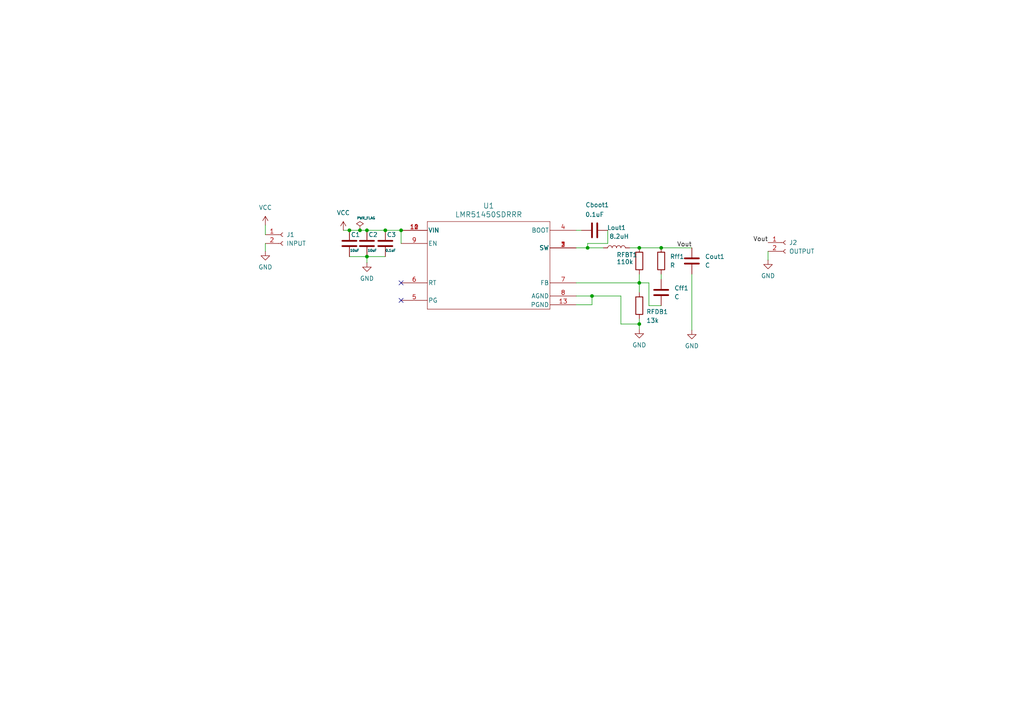
<source format=kicad_sch>
(kicad_sch
	(version 20250114)
	(generator "eeschema")
	(generator_version "9.0")
	(uuid "d94eda8e-3154-4924-b150-a2777fbfac64")
	(paper "A4")
	(lib_symbols
		(symbol "2025-09-10_14-19-52:LMR51450SDRRR"
			(pin_names
				(offset 0.254)
			)
			(exclude_from_sim no)
			(in_bom yes)
			(on_board yes)
			(property "Reference" "U1"
				(at 25.4 9.652 0)
				(effects
					(font
						(size 1.524 1.524)
					)
				)
			)
			(property "Value" "LMR51450SDRRR"
				(at 25.4 7.112 0)
				(effects
					(font
						(size 1.524 1.524)
					)
				)
			)
			(property "Footprint" "footprints:WSON_SDRRR_TEX"
				(at 0 0 0)
				(effects
					(font
						(size 1.27 1.27)
						(italic yes)
					)
					(hide yes)
				)
			)
			(property "Datasheet" "https://www.ti.com/lit/gpn/lmr51450"
				(at 0 0 0)
				(effects
					(font
						(size 1.27 1.27)
						(italic yes)
					)
					(hide yes)
				)
			)
			(property "Description" ""
				(at 0 0 0)
				(effects
					(font
						(size 1.27 1.27)
					)
					(hide yes)
				)
			)
			(property "ki_locked" ""
				(at 0 0 0)
				(effects
					(font
						(size 1.27 1.27)
					)
				)
			)
			(property "ki_keywords" "LMR51450SDRRR"
				(at 0 0 0)
				(effects
					(font
						(size 1.27 1.27)
					)
					(hide yes)
				)
			)
			(property "ki_fp_filters" "WSON_SDRRR_TEX WSON_SDRRR_TEX-M WSON_SDRRR_TEX-L"
				(at 0 0 0)
				(effects
					(font
						(size 1.27 1.27)
					)
					(hide yes)
				)
			)
			(symbol "LMR51450SDRRR_0_1"
				(polyline
					(pts
						(xy 7.62 5.08) (xy 7.62 -20.32)
					)
					(stroke
						(width 0.127)
						(type default)
					)
					(fill
						(type none)
					)
				)
				(polyline
					(pts
						(xy 7.62 -20.32) (xy 43.18 -20.32)
					)
					(stroke
						(width 0.127)
						(type default)
					)
					(fill
						(type none)
					)
				)
				(polyline
					(pts
						(xy 43.18 5.08) (xy 7.62 5.08)
					)
					(stroke
						(width 0.127)
						(type default)
					)
					(fill
						(type none)
					)
				)
				(polyline
					(pts
						(xy 43.18 -20.32) (xy 43.18 5.08)
					)
					(stroke
						(width 0.127)
						(type default)
					)
					(fill
						(type none)
					)
				)
				(pin unspecified line
					(at 0 2.54 0)
					(length 7.62)
					(name "VIN"
						(effects
							(font
								(size 1.27 1.27)
							)
						)
					)
					(number "10"
						(effects
							(font
								(size 1.27 1.27)
							)
						)
					)
				)
				(pin unspecified line
					(at 0 2.54 0)
					(length 7.62)
					(name "VIN"
						(effects
							(font
								(size 1.27 1.27)
							)
						)
					)
					(number "11"
						(effects
							(font
								(size 1.27 1.27)
							)
						)
					)
				)
				(pin unspecified line
					(at 0 2.54 0)
					(length 7.62)
					(name "VIN"
						(effects
							(font
								(size 1.27 1.27)
							)
						)
					)
					(number "12"
						(effects
							(font
								(size 1.27 1.27)
							)
						)
					)
				)
				(pin unspecified line
					(at 0 -1.27 0)
					(length 7.62)
					(name "EN"
						(effects
							(font
								(size 1.27 1.27)
							)
						)
					)
					(number "9"
						(effects
							(font
								(size 1.27 1.27)
							)
						)
					)
				)
				(pin unspecified line
					(at 0 -17.78 0)
					(length 7.62)
					(name "PG"
						(effects
							(font
								(size 1.27 1.27)
							)
						)
					)
					(number "5"
						(effects
							(font
								(size 1.27 1.27)
							)
						)
					)
				)
				(pin unspecified line
					(at 50.8 2.54 180)
					(length 7.62)
					(name "BOOT"
						(effects
							(font
								(size 1.27 1.27)
							)
						)
					)
					(number "4"
						(effects
							(font
								(size 1.27 1.27)
							)
						)
					)
				)
				(pin unspecified line
					(at 50.8 -2.54 180)
					(length 7.62)
					(name "SW"
						(effects
							(font
								(size 1.27 1.27)
							)
						)
					)
					(number "1"
						(effects
							(font
								(size 1.27 1.27)
							)
						)
					)
				)
				(pin unspecified line
					(at 50.8 -2.54 180)
					(length 7.62)
					(name "SW"
						(effects
							(font
								(size 1.27 1.27)
							)
						)
					)
					(number "2"
						(effects
							(font
								(size 1.27 1.27)
							)
						)
					)
				)
				(pin unspecified line
					(at 50.8 -2.54 180)
					(length 7.62)
					(name "SW"
						(effects
							(font
								(size 1.27 1.27)
							)
						)
					)
					(number "3"
						(effects
							(font
								(size 1.27 1.27)
							)
						)
					)
				)
				(pin unspecified line
					(at 50.8 -12.7 180)
					(length 7.62)
					(name "FB"
						(effects
							(font
								(size 1.27 1.27)
							)
						)
					)
					(number "7"
						(effects
							(font
								(size 1.27 1.27)
							)
						)
					)
				)
				(pin power_out line
					(at 50.8 -16.51 180)
					(length 7.62)
					(name "AGND"
						(effects
							(font
								(size 1.27 1.27)
							)
						)
					)
					(number "8"
						(effects
							(font
								(size 1.27 1.27)
							)
						)
					)
				)
			)
			(symbol "LMR51450SDRRR_1_1"
				(pin unspecified line
					(at 0 -12.7 0)
					(length 7.62)
					(name "RT"
						(effects
							(font
								(size 1.27 1.27)
							)
						)
					)
					(number "6"
						(effects
							(font
								(size 1.27 1.27)
							)
						)
					)
				)
				(pin power_out line
					(at 50.8 -19.05 180)
					(length 7.62)
					(name "PGND"
						(effects
							(font
								(size 1.27 1.27)
							)
						)
					)
					(number "13"
						(effects
							(font
								(size 1.27 1.27)
							)
						)
					)
				)
			)
			(embedded_fonts no)
		)
		(symbol "Connector:Conn_01x02_Socket"
			(pin_names
				(offset 1.016)
				(hide yes)
			)
			(exclude_from_sim no)
			(in_bom yes)
			(on_board yes)
			(property "Reference" "J"
				(at 0 2.54 0)
				(effects
					(font
						(size 1.27 1.27)
					)
				)
			)
			(property "Value" "Conn_01x02_Socket"
				(at 0 -5.08 0)
				(effects
					(font
						(size 1.27 1.27)
					)
				)
			)
			(property "Footprint" ""
				(at 0 0 0)
				(effects
					(font
						(size 1.27 1.27)
					)
					(hide yes)
				)
			)
			(property "Datasheet" "~"
				(at 0 0 0)
				(effects
					(font
						(size 1.27 1.27)
					)
					(hide yes)
				)
			)
			(property "Description" "Generic connector, single row, 01x02, script generated"
				(at 0 0 0)
				(effects
					(font
						(size 1.27 1.27)
					)
					(hide yes)
				)
			)
			(property "ki_locked" ""
				(at 0 0 0)
				(effects
					(font
						(size 1.27 1.27)
					)
				)
			)
			(property "ki_keywords" "connector"
				(at 0 0 0)
				(effects
					(font
						(size 1.27 1.27)
					)
					(hide yes)
				)
			)
			(property "ki_fp_filters" "Connector*:*_1x??_*"
				(at 0 0 0)
				(effects
					(font
						(size 1.27 1.27)
					)
					(hide yes)
				)
			)
			(symbol "Conn_01x02_Socket_1_1"
				(polyline
					(pts
						(xy -1.27 0) (xy -0.508 0)
					)
					(stroke
						(width 0.1524)
						(type default)
					)
					(fill
						(type none)
					)
				)
				(polyline
					(pts
						(xy -1.27 -2.54) (xy -0.508 -2.54)
					)
					(stroke
						(width 0.1524)
						(type default)
					)
					(fill
						(type none)
					)
				)
				(arc
					(start 0 -0.508)
					(mid -0.5058 0)
					(end 0 0.508)
					(stroke
						(width 0.1524)
						(type default)
					)
					(fill
						(type none)
					)
				)
				(arc
					(start 0 -3.048)
					(mid -0.5058 -2.54)
					(end 0 -2.032)
					(stroke
						(width 0.1524)
						(type default)
					)
					(fill
						(type none)
					)
				)
				(pin passive line
					(at -5.08 0 0)
					(length 3.81)
					(name "Pin_1"
						(effects
							(font
								(size 1.27 1.27)
							)
						)
					)
					(number "1"
						(effects
							(font
								(size 1.27 1.27)
							)
						)
					)
				)
				(pin passive line
					(at -5.08 -2.54 0)
					(length 3.81)
					(name "Pin_2"
						(effects
							(font
								(size 1.27 1.27)
							)
						)
					)
					(number "2"
						(effects
							(font
								(size 1.27 1.27)
							)
						)
					)
				)
			)
			(embedded_fonts no)
		)
		(symbol "Device:C"
			(pin_numbers
				(hide yes)
			)
			(pin_names
				(offset 0.254)
			)
			(exclude_from_sim no)
			(in_bom yes)
			(on_board yes)
			(property "Reference" "C"
				(at 0.635 2.54 0)
				(effects
					(font
						(size 1.27 1.27)
					)
					(justify left)
				)
			)
			(property "Value" "C"
				(at 0.635 -2.54 0)
				(effects
					(font
						(size 1.27 1.27)
					)
					(justify left)
				)
			)
			(property "Footprint" ""
				(at 0.9652 -3.81 0)
				(effects
					(font
						(size 1.27 1.27)
					)
					(hide yes)
				)
			)
			(property "Datasheet" "~"
				(at 0 0 0)
				(effects
					(font
						(size 1.27 1.27)
					)
					(hide yes)
				)
			)
			(property "Description" "Unpolarized capacitor"
				(at 0 0 0)
				(effects
					(font
						(size 1.27 1.27)
					)
					(hide yes)
				)
			)
			(property "ki_keywords" "cap capacitor"
				(at 0 0 0)
				(effects
					(font
						(size 1.27 1.27)
					)
					(hide yes)
				)
			)
			(property "ki_fp_filters" "C_*"
				(at 0 0 0)
				(effects
					(font
						(size 1.27 1.27)
					)
					(hide yes)
				)
			)
			(symbol "C_0_1"
				(polyline
					(pts
						(xy -2.032 0.762) (xy 2.032 0.762)
					)
					(stroke
						(width 0.508)
						(type default)
					)
					(fill
						(type none)
					)
				)
				(polyline
					(pts
						(xy -2.032 -0.762) (xy 2.032 -0.762)
					)
					(stroke
						(width 0.508)
						(type default)
					)
					(fill
						(type none)
					)
				)
			)
			(symbol "C_1_1"
				(pin passive line
					(at 0 3.81 270)
					(length 2.794)
					(name "~"
						(effects
							(font
								(size 1.27 1.27)
							)
						)
					)
					(number "1"
						(effects
							(font
								(size 1.27 1.27)
							)
						)
					)
				)
				(pin passive line
					(at 0 -3.81 90)
					(length 2.794)
					(name "~"
						(effects
							(font
								(size 1.27 1.27)
							)
						)
					)
					(number "2"
						(effects
							(font
								(size 1.27 1.27)
							)
						)
					)
				)
			)
			(embedded_fonts no)
		)
		(symbol "Device:L"
			(pin_numbers
				(hide yes)
			)
			(pin_names
				(offset 1.016)
				(hide yes)
			)
			(exclude_from_sim no)
			(in_bom yes)
			(on_board yes)
			(property "Reference" "L"
				(at -1.27 0 90)
				(effects
					(font
						(size 1.27 1.27)
					)
				)
			)
			(property "Value" "L"
				(at 1.905 0 90)
				(effects
					(font
						(size 1.27 1.27)
					)
				)
			)
			(property "Footprint" ""
				(at 0 0 0)
				(effects
					(font
						(size 1.27 1.27)
					)
					(hide yes)
				)
			)
			(property "Datasheet" "~"
				(at 0 0 0)
				(effects
					(font
						(size 1.27 1.27)
					)
					(hide yes)
				)
			)
			(property "Description" "Inductor"
				(at 0 0 0)
				(effects
					(font
						(size 1.27 1.27)
					)
					(hide yes)
				)
			)
			(property "ki_keywords" "inductor choke coil reactor magnetic"
				(at 0 0 0)
				(effects
					(font
						(size 1.27 1.27)
					)
					(hide yes)
				)
			)
			(property "ki_fp_filters" "Choke_* *Coil* Inductor_* L_*"
				(at 0 0 0)
				(effects
					(font
						(size 1.27 1.27)
					)
					(hide yes)
				)
			)
			(symbol "L_0_1"
				(arc
					(start 0 2.54)
					(mid 0.6323 1.905)
					(end 0 1.27)
					(stroke
						(width 0)
						(type default)
					)
					(fill
						(type none)
					)
				)
				(arc
					(start 0 1.27)
					(mid 0.6323 0.635)
					(end 0 0)
					(stroke
						(width 0)
						(type default)
					)
					(fill
						(type none)
					)
				)
				(arc
					(start 0 0)
					(mid 0.6323 -0.635)
					(end 0 -1.27)
					(stroke
						(width 0)
						(type default)
					)
					(fill
						(type none)
					)
				)
				(arc
					(start 0 -1.27)
					(mid 0.6323 -1.905)
					(end 0 -2.54)
					(stroke
						(width 0)
						(type default)
					)
					(fill
						(type none)
					)
				)
			)
			(symbol "L_1_1"
				(pin passive line
					(at 0 3.81 270)
					(length 1.27)
					(name "1"
						(effects
							(font
								(size 1.27 1.27)
							)
						)
					)
					(number "1"
						(effects
							(font
								(size 1.27 1.27)
							)
						)
					)
				)
				(pin passive line
					(at 0 -3.81 90)
					(length 1.27)
					(name "2"
						(effects
							(font
								(size 1.27 1.27)
							)
						)
					)
					(number "2"
						(effects
							(font
								(size 1.27 1.27)
							)
						)
					)
				)
			)
			(embedded_fonts no)
		)
		(symbol "Device:R"
			(pin_numbers
				(hide yes)
			)
			(pin_names
				(offset 0)
			)
			(exclude_from_sim no)
			(in_bom yes)
			(on_board yes)
			(property "Reference" "R"
				(at 2.032 0 90)
				(effects
					(font
						(size 1.27 1.27)
					)
				)
			)
			(property "Value" "R"
				(at 0 0 90)
				(effects
					(font
						(size 1.27 1.27)
					)
				)
			)
			(property "Footprint" ""
				(at -1.778 0 90)
				(effects
					(font
						(size 1.27 1.27)
					)
					(hide yes)
				)
			)
			(property "Datasheet" "~"
				(at 0 0 0)
				(effects
					(font
						(size 1.27 1.27)
					)
					(hide yes)
				)
			)
			(property "Description" "Resistor"
				(at 0 0 0)
				(effects
					(font
						(size 1.27 1.27)
					)
					(hide yes)
				)
			)
			(property "ki_keywords" "R res resistor"
				(at 0 0 0)
				(effects
					(font
						(size 1.27 1.27)
					)
					(hide yes)
				)
			)
			(property "ki_fp_filters" "R_*"
				(at 0 0 0)
				(effects
					(font
						(size 1.27 1.27)
					)
					(hide yes)
				)
			)
			(symbol "R_0_1"
				(rectangle
					(start -1.016 -2.54)
					(end 1.016 2.54)
					(stroke
						(width 0.254)
						(type default)
					)
					(fill
						(type none)
					)
				)
			)
			(symbol "R_1_1"
				(pin passive line
					(at 0 3.81 270)
					(length 1.27)
					(name "~"
						(effects
							(font
								(size 1.27 1.27)
							)
						)
					)
					(number "1"
						(effects
							(font
								(size 1.27 1.27)
							)
						)
					)
				)
				(pin passive line
					(at 0 -3.81 90)
					(length 1.27)
					(name "~"
						(effects
							(font
								(size 1.27 1.27)
							)
						)
					)
					(number "2"
						(effects
							(font
								(size 1.27 1.27)
							)
						)
					)
				)
			)
			(embedded_fonts no)
		)
		(symbol "power:GND"
			(power)
			(pin_numbers
				(hide yes)
			)
			(pin_names
				(offset 0)
				(hide yes)
			)
			(exclude_from_sim no)
			(in_bom yes)
			(on_board yes)
			(property "Reference" "#PWR"
				(at 0 -6.35 0)
				(effects
					(font
						(size 1.27 1.27)
					)
					(hide yes)
				)
			)
			(property "Value" "GND"
				(at 0 -3.81 0)
				(effects
					(font
						(size 1.27 1.27)
					)
				)
			)
			(property "Footprint" ""
				(at 0 0 0)
				(effects
					(font
						(size 1.27 1.27)
					)
					(hide yes)
				)
			)
			(property "Datasheet" ""
				(at 0 0 0)
				(effects
					(font
						(size 1.27 1.27)
					)
					(hide yes)
				)
			)
			(property "Description" "Power symbol creates a global label with name \"GND\" , ground"
				(at 0 0 0)
				(effects
					(font
						(size 1.27 1.27)
					)
					(hide yes)
				)
			)
			(property "ki_keywords" "global power"
				(at 0 0 0)
				(effects
					(font
						(size 1.27 1.27)
					)
					(hide yes)
				)
			)
			(symbol "GND_0_1"
				(polyline
					(pts
						(xy 0 0) (xy 0 -1.27) (xy 1.27 -1.27) (xy 0 -2.54) (xy -1.27 -1.27) (xy 0 -1.27)
					)
					(stroke
						(width 0)
						(type default)
					)
					(fill
						(type none)
					)
				)
			)
			(symbol "GND_1_1"
				(pin power_in line
					(at 0 0 270)
					(length 0)
					(name "~"
						(effects
							(font
								(size 1.27 1.27)
							)
						)
					)
					(number "1"
						(effects
							(font
								(size 1.27 1.27)
							)
						)
					)
				)
			)
			(embedded_fonts no)
		)
		(symbol "power:PWR_FLAG"
			(power)
			(pin_numbers
				(hide yes)
			)
			(pin_names
				(offset 0)
				(hide yes)
			)
			(exclude_from_sim no)
			(in_bom yes)
			(on_board yes)
			(property "Reference" "#FLG"
				(at 0 1.905 0)
				(effects
					(font
						(size 1.27 1.27)
					)
					(hide yes)
				)
			)
			(property "Value" "PWR_FLAG"
				(at 0 3.81 0)
				(effects
					(font
						(size 1.27 1.27)
					)
				)
			)
			(property "Footprint" ""
				(at 0 0 0)
				(effects
					(font
						(size 1.27 1.27)
					)
					(hide yes)
				)
			)
			(property "Datasheet" "~"
				(at 0 0 0)
				(effects
					(font
						(size 1.27 1.27)
					)
					(hide yes)
				)
			)
			(property "Description" "Special symbol for telling ERC where power comes from"
				(at 0 0 0)
				(effects
					(font
						(size 1.27 1.27)
					)
					(hide yes)
				)
			)
			(property "ki_keywords" "flag power"
				(at 0 0 0)
				(effects
					(font
						(size 1.27 1.27)
					)
					(hide yes)
				)
			)
			(symbol "PWR_FLAG_0_0"
				(pin power_out line
					(at 0 0 90)
					(length 0)
					(name "~"
						(effects
							(font
								(size 1.27 1.27)
							)
						)
					)
					(number "1"
						(effects
							(font
								(size 1.27 1.27)
							)
						)
					)
				)
			)
			(symbol "PWR_FLAG_0_1"
				(polyline
					(pts
						(xy 0 0) (xy 0 1.27) (xy -1.016 1.905) (xy 0 2.54) (xy 1.016 1.905) (xy 0 1.27)
					)
					(stroke
						(width 0)
						(type default)
					)
					(fill
						(type none)
					)
				)
			)
			(embedded_fonts no)
		)
		(symbol "power:VCC"
			(power)
			(pin_numbers
				(hide yes)
			)
			(pin_names
				(offset 0)
				(hide yes)
			)
			(exclude_from_sim no)
			(in_bom yes)
			(on_board yes)
			(property "Reference" "#PWR"
				(at 0 -3.81 0)
				(effects
					(font
						(size 1.27 1.27)
					)
					(hide yes)
				)
			)
			(property "Value" "VCC"
				(at 0 3.556 0)
				(effects
					(font
						(size 1.27 1.27)
					)
				)
			)
			(property "Footprint" ""
				(at 0 0 0)
				(effects
					(font
						(size 1.27 1.27)
					)
					(hide yes)
				)
			)
			(property "Datasheet" ""
				(at 0 0 0)
				(effects
					(font
						(size 1.27 1.27)
					)
					(hide yes)
				)
			)
			(property "Description" "Power symbol creates a global label with name \"VCC\""
				(at 0 0 0)
				(effects
					(font
						(size 1.27 1.27)
					)
					(hide yes)
				)
			)
			(property "ki_keywords" "global power"
				(at 0 0 0)
				(effects
					(font
						(size 1.27 1.27)
					)
					(hide yes)
				)
			)
			(symbol "VCC_0_1"
				(polyline
					(pts
						(xy -0.762 1.27) (xy 0 2.54)
					)
					(stroke
						(width 0)
						(type default)
					)
					(fill
						(type none)
					)
				)
				(polyline
					(pts
						(xy 0 2.54) (xy 0.762 1.27)
					)
					(stroke
						(width 0)
						(type default)
					)
					(fill
						(type none)
					)
				)
				(polyline
					(pts
						(xy 0 0) (xy 0 2.54)
					)
					(stroke
						(width 0)
						(type default)
					)
					(fill
						(type none)
					)
				)
			)
			(symbol "VCC_1_1"
				(pin power_in line
					(at 0 0 90)
					(length 0)
					(name "~"
						(effects
							(font
								(size 1.27 1.27)
							)
						)
					)
					(number "1"
						(effects
							(font
								(size 1.27 1.27)
							)
						)
					)
				)
			)
			(embedded_fonts no)
		)
	)
	(junction
		(at 106.426 66.802)
		(diameter 0)
		(color 0 0 0 0)
		(uuid "09dc00b2-605b-4c79-aad9-468aee995b46")
	)
	(junction
		(at 185.42 71.882)
		(diameter 0)
		(color 0 0 0 0)
		(uuid "0b6cfb4f-5e32-4d0d-b06a-4ba83735e442")
	)
	(junction
		(at 170.434 71.882)
		(diameter 0)
		(color 0 0 0 0)
		(uuid "0d1b4109-65de-498e-b2b2-4b7c2f6d13ff")
	)
	(junction
		(at 191.77 71.882)
		(diameter 0)
		(color 0 0 0 0)
		(uuid "113ed0f4-710f-47ce-a044-d537e9945b27")
	)
	(junction
		(at 116.332 66.802)
		(diameter 0)
		(color 0 0 0 0)
		(uuid "2e027fdd-bb48-485f-9d2a-b7ee16ef44cd")
	)
	(junction
		(at 106.426 74.422)
		(diameter 0)
		(color 0 0 0 0)
		(uuid "37bccc64-c440-4ba3-8aec-87ec53014aaf")
	)
	(junction
		(at 185.42 93.98)
		(diameter 0)
		(color 0 0 0 0)
		(uuid "4faede2a-81e9-4afe-942c-55ea5ff99e3d")
	)
	(junction
		(at 111.76 66.802)
		(diameter 0)
		(color 0 0 0 0)
		(uuid "8a69a1da-1da5-4649-b499-c2538940695c")
	)
	(junction
		(at 104.394 66.802)
		(diameter 0)
		(color 0 0 0 0)
		(uuid "9ad1c151-bbc2-4b63-ae17-d32753285cfd")
	)
	(junction
		(at 171.704 85.852)
		(diameter 0)
		(color 0 0 0 0)
		(uuid "a55a9af0-1f85-4b44-a2eb-2f2f94860641")
	)
	(junction
		(at 185.42 82.042)
		(diameter 0)
		(color 0 0 0 0)
		(uuid "d03a595a-a8c0-4351-baea-b5c4b05cc8ec")
	)
	(junction
		(at 101.346 66.802)
		(diameter 0)
		(color 0 0 0 0)
		(uuid "f2a639e7-815f-4511-89ea-a486cdd7f228")
	)
	(no_connect
		(at 116.332 87.122)
		(uuid "1c9e9663-4a1f-49dd-8477-192245e67cf6")
	)
	(no_connect
		(at 116.332 82.042)
		(uuid "9ab6c396-87ed-4fd5-b81c-9cc305c5d2f9")
	)
	(wire
		(pts
			(xy 185.42 82.042) (xy 185.42 79.502)
		)
		(stroke
			(width 0)
			(type default)
		)
		(uuid "00d72dcd-5bf2-47d0-aab3-a0852989aa0b")
	)
	(wire
		(pts
			(xy 191.77 79.502) (xy 191.77 81.026)
		)
		(stroke
			(width 0)
			(type default)
		)
		(uuid "0f4ecfbd-bb72-4190-95b4-b7c3a7ccbd74")
	)
	(wire
		(pts
			(xy 76.962 65.278) (xy 76.962 68.072)
		)
		(stroke
			(width 0)
			(type default)
		)
		(uuid "1237f9d4-c118-4664-85c7-356d7d29db08")
	)
	(wire
		(pts
			(xy 76.962 72.898) (xy 76.962 70.612)
		)
		(stroke
			(width 0)
			(type default)
		)
		(uuid "15bc07eb-f70f-4801-95aa-22b356d49532")
	)
	(wire
		(pts
			(xy 170.434 70.612) (xy 170.434 71.882)
		)
		(stroke
			(width 0)
			(type default)
		)
		(uuid "188ec8ed-4d62-4cef-908a-c907f1c41a81")
	)
	(wire
		(pts
			(xy 111.76 66.802) (xy 116.332 66.802)
		)
		(stroke
			(width 0)
			(type default)
		)
		(uuid "1a49719b-50f3-4b95-a510-72021afa5031")
	)
	(wire
		(pts
			(xy 200.66 79.502) (xy 200.66 95.758)
		)
		(stroke
			(width 0)
			(type default)
		)
		(uuid "32c7ef9b-3c97-4600-9a2d-53c2166b095d")
	)
	(wire
		(pts
			(xy 106.426 66.802) (xy 111.76 66.802)
		)
		(stroke
			(width 0)
			(type default)
		)
		(uuid "34bfa0fd-2b2d-4aac-9223-a353f83e8281")
	)
	(wire
		(pts
			(xy 182.626 71.882) (xy 185.42 71.882)
		)
		(stroke
			(width 0)
			(type default)
		)
		(uuid "36be26f3-ee14-42d7-8ce8-0bc111d9b9fa")
	)
	(wire
		(pts
			(xy 185.42 82.042) (xy 185.42 84.836)
		)
		(stroke
			(width 0)
			(type default)
		)
		(uuid "4393418f-68db-4655-a5fe-78533e4cca4f")
	)
	(wire
		(pts
			(xy 180.086 93.98) (xy 185.42 93.98)
		)
		(stroke
			(width 0)
			(type default)
		)
		(uuid "446cf852-748e-40cd-a304-51e3cee3dba9")
	)
	(wire
		(pts
			(xy 191.77 88.646) (xy 188.214 88.646)
		)
		(stroke
			(width 0)
			(type default)
		)
		(uuid "499cd8e1-858c-4e8c-849f-50b0725634a6")
	)
	(wire
		(pts
			(xy 101.346 66.802) (xy 104.394 66.802)
		)
		(stroke
			(width 0)
			(type default)
		)
		(uuid "4ad52c11-5404-4402-a90c-d864817f1985")
	)
	(wire
		(pts
			(xy 106.426 76.2) (xy 106.426 74.422)
		)
		(stroke
			(width 0)
			(type default)
		)
		(uuid "559a7cb7-e075-49e6-9f41-a26b80c011dd")
	)
	(wire
		(pts
			(xy 168.656 66.802) (xy 167.132 66.802)
		)
		(stroke
			(width 0)
			(type default)
		)
		(uuid "6c56d41a-e4a0-4534-bae2-8ac5d2613719")
	)
	(wire
		(pts
			(xy 167.132 82.042) (xy 185.42 82.042)
		)
		(stroke
			(width 0)
			(type default)
		)
		(uuid "6e368b7f-1ce6-4859-a451-5b83bbf84bcc")
	)
	(wire
		(pts
			(xy 185.42 95.504) (xy 185.42 93.98)
		)
		(stroke
			(width 0)
			(type default)
		)
		(uuid "7cba2b05-249f-4232-b27f-176cd5d2ebe4")
	)
	(wire
		(pts
			(xy 167.132 85.852) (xy 171.704 85.852)
		)
		(stroke
			(width 0)
			(type default)
		)
		(uuid "94f5ed54-3c0b-43a4-acec-44998e51a7e1")
	)
	(wire
		(pts
			(xy 101.346 74.422) (xy 106.426 74.422)
		)
		(stroke
			(width 0)
			(type default)
		)
		(uuid "9939bdae-bc34-4881-98dd-3f216ffb5808")
	)
	(wire
		(pts
			(xy 167.132 71.882) (xy 170.434 71.882)
		)
		(stroke
			(width 0)
			(type default)
		)
		(uuid "995439e0-bf8e-4ee4-bb2a-cfc4b6e511e5")
	)
	(wire
		(pts
			(xy 99.568 66.802) (xy 101.346 66.802)
		)
		(stroke
			(width 0)
			(type default)
		)
		(uuid "a406c83d-592b-44b8-afc4-0de3bb24f360")
	)
	(wire
		(pts
			(xy 170.434 71.882) (xy 175.006 71.882)
		)
		(stroke
			(width 0)
			(type default)
		)
		(uuid "a5825764-0ece-4095-bc65-81671a1dd31f")
	)
	(wire
		(pts
			(xy 176.276 70.612) (xy 170.434 70.612)
		)
		(stroke
			(width 0)
			(type default)
		)
		(uuid "b7657860-6e44-46c9-bb22-2579e23957b5")
	)
	(wire
		(pts
			(xy 176.276 66.802) (xy 176.276 70.612)
		)
		(stroke
			(width 0)
			(type default)
		)
		(uuid "b96216f7-711c-43a2-8e53-8b9c64947030")
	)
	(wire
		(pts
			(xy 116.332 66.802) (xy 116.332 70.612)
		)
		(stroke
			(width 0)
			(type default)
		)
		(uuid "c3b09435-87a9-488b-88c2-cc380a62b2d0")
	)
	(wire
		(pts
			(xy 188.214 88.646) (xy 188.214 82.042)
		)
		(stroke
			(width 0)
			(type default)
		)
		(uuid "c8e4c362-2eb7-4f15-b133-1d2ff784c584")
	)
	(wire
		(pts
			(xy 185.42 93.98) (xy 185.42 92.456)
		)
		(stroke
			(width 0)
			(type default)
		)
		(uuid "c9f5198e-e9aa-4040-9fbe-2010da55e7b1")
	)
	(wire
		(pts
			(xy 167.132 88.392) (xy 171.704 88.392)
		)
		(stroke
			(width 0)
			(type default)
		)
		(uuid "cb7a0b69-6a36-4222-bbb5-91ed104f3fe2")
	)
	(wire
		(pts
			(xy 104.394 66.802) (xy 106.426 66.802)
		)
		(stroke
			(width 0)
			(type default)
		)
		(uuid "d500aa48-46d8-47b1-8f63-835a01af9502")
	)
	(wire
		(pts
			(xy 222.758 75.438) (xy 222.758 72.898)
		)
		(stroke
			(width 0)
			(type default)
		)
		(uuid "d5b16717-ad05-4ebb-accd-a5324962e3bb")
	)
	(wire
		(pts
			(xy 171.704 88.392) (xy 171.704 85.852)
		)
		(stroke
			(width 0)
			(type default)
		)
		(uuid "d78760a3-40b7-4769-8ba9-a9dfd4e922a5")
	)
	(wire
		(pts
			(xy 106.426 74.422) (xy 111.76 74.422)
		)
		(stroke
			(width 0)
			(type default)
		)
		(uuid "dc485d20-2448-490e-9dae-65cf6ef22362")
	)
	(wire
		(pts
			(xy 185.42 71.882) (xy 191.77 71.882)
		)
		(stroke
			(width 0)
			(type default)
		)
		(uuid "deeed286-54f6-4a63-988c-6f1e64eb212d")
	)
	(wire
		(pts
			(xy 188.214 82.042) (xy 185.42 82.042)
		)
		(stroke
			(width 0)
			(type default)
		)
		(uuid "ed3ab9fc-2866-4195-a941-f41212964221")
	)
	(wire
		(pts
			(xy 191.77 71.882) (xy 200.66 71.882)
		)
		(stroke
			(width 0)
			(type default)
		)
		(uuid "f14eda74-2dc4-47db-97ee-dfb6e8dc14fc")
	)
	(wire
		(pts
			(xy 180.086 85.852) (xy 180.086 93.98)
		)
		(stroke
			(width 0)
			(type default)
		)
		(uuid "f24dd6bf-0663-49aa-b76c-424ada48dd72")
	)
	(wire
		(pts
			(xy 171.704 85.852) (xy 180.086 85.852)
		)
		(stroke
			(width 0)
			(type default)
		)
		(uuid "f66efda3-8dc3-4f62-9fe5-1aa4d4a328ff")
	)
	(label "Vout"
		(at 222.758 70.358 180)
		(effects
			(font
				(size 1.27 1.27)
			)
			(justify right bottom)
		)
		(uuid "3b93a2b6-553e-42cf-b9cc-40b9dd58150e")
	)
	(label "Vout"
		(at 200.66 71.882 180)
		(effects
			(font
				(size 1.27 1.27)
			)
			(justify right bottom)
		)
		(uuid "73e32e97-3c7c-4996-b08b-7b9c7a7ef68d")
	)
	(symbol
		(lib_id "power:GND")
		(at 222.758 75.438 0)
		(unit 1)
		(exclude_from_sim no)
		(in_bom yes)
		(on_board yes)
		(dnp no)
		(fields_autoplaced yes)
		(uuid "03027d84-1c46-483c-a4ce-4df41c70d0d3")
		(property "Reference" "#PWR07"
			(at 222.758 81.788 0)
			(effects
				(font
					(size 1.27 1.27)
				)
				(hide yes)
			)
		)
		(property "Value" "GND"
			(at 222.758 80.01 0)
			(effects
				(font
					(size 1.27 1.27)
				)
			)
		)
		(property "Footprint" ""
			(at 222.758 75.438 0)
			(effects
				(font
					(size 1.27 1.27)
				)
				(hide yes)
			)
		)
		(property "Datasheet" ""
			(at 222.758 75.438 0)
			(effects
				(font
					(size 1.27 1.27)
				)
				(hide yes)
			)
		)
		(property "Description" "Power symbol creates a global label with name \"GND\" , ground"
			(at 222.758 75.438 0)
			(effects
				(font
					(size 1.27 1.27)
				)
				(hide yes)
			)
		)
		(pin "1"
			(uuid "90377ba5-171a-44e8-b5ee-fa54b77c5c73")
		)
		(instances
			(project "LMR51450"
				(path "/d94eda8e-3154-4924-b150-a2777fbfac64"
					(reference "#PWR07")
					(unit 1)
				)
			)
		)
	)
	(symbol
		(lib_id "Device:R")
		(at 191.77 75.692 180)
		(unit 1)
		(exclude_from_sim no)
		(in_bom yes)
		(on_board yes)
		(dnp no)
		(fields_autoplaced yes)
		(uuid "030acd62-6ae8-47e4-95bd-a68e3b348e3c")
		(property "Reference" "Rff1"
			(at 194.31 74.4219 0)
			(effects
				(font
					(size 1.27 1.27)
				)
				(justify right)
			)
		)
		(property "Value" "R"
			(at 194.31 76.9619 0)
			(effects
				(font
					(size 1.27 1.27)
				)
				(justify right)
			)
		)
		(property "Footprint" "Resistor_SMD:R_0805_2012Metric_Pad1.20x1.40mm_HandSolder"
			(at 193.548 75.692 90)
			(effects
				(font
					(size 1.27 1.27)
				)
				(hide yes)
			)
		)
		(property "Datasheet" "~"
			(at 191.77 75.692 0)
			(effects
				(font
					(size 1.27 1.27)
				)
				(hide yes)
			)
		)
		(property "Description" "Resistor"
			(at 191.77 75.692 0)
			(effects
				(font
					(size 1.27 1.27)
				)
				(hide yes)
			)
		)
		(pin "2"
			(uuid "90a9e201-0149-472a-8e6d-342791b80e36")
		)
		(pin "1"
			(uuid "444eda82-d7a9-43c1-ade5-04209ea5770d")
		)
		(instances
			(project "LMR51450"
				(path "/d94eda8e-3154-4924-b150-a2777fbfac64"
					(reference "Rff1")
					(unit 1)
				)
			)
		)
	)
	(symbol
		(lib_id "2025-09-10_14-19-52:LMR51450SDRRR")
		(at 116.332 69.342 0)
		(unit 1)
		(exclude_from_sim no)
		(in_bom yes)
		(on_board yes)
		(dnp no)
		(fields_autoplaced yes)
		(uuid "060edfc6-51a2-4e33-a4dd-f81eea026c19")
		(property "Reference" "U1"
			(at 141.732 59.69 0)
			(effects
				(font
					(size 1.524 1.524)
				)
			)
		)
		(property "Value" "LMR51450SDRRR"
			(at 141.732 62.23 0)
			(effects
				(font
					(size 1.524 1.524)
				)
			)
		)
		(property "Footprint" "footprints:WSON_SDRRR_TEX"
			(at 116.332 69.342 0)
			(effects
				(font
					(size 1.27 1.27)
					(italic yes)
				)
				(hide yes)
			)
		)
		(property "Datasheet" "https://www.ti.com/lit/gpn/lmr51450"
			(at 116.332 69.342 0)
			(effects
				(font
					(size 1.27 1.27)
					(italic yes)
				)
				(hide yes)
			)
		)
		(property "Description" ""
			(at 116.332 69.342 0)
			(effects
				(font
					(size 1.27 1.27)
				)
				(hide yes)
			)
		)
		(pin "2"
			(uuid "ef9c9871-6882-4a32-99fb-e56a89baa8dd")
		)
		(pin "5"
			(uuid "a1e10c60-985b-49a1-9962-6c681c9e5b13")
		)
		(pin "11"
			(uuid "c13b2205-60e7-4c54-8911-bf7be74f3c9b")
		)
		(pin "8"
			(uuid "99329f2d-4e4b-49a1-b16b-112b0e306472")
		)
		(pin "3"
			(uuid "b97d80b2-94fd-454f-9933-f304df6413d9")
		)
		(pin "4"
			(uuid "7666fe75-1f55-49a5-a8a8-464a17fae3a5")
		)
		(pin "10"
			(uuid "1b021e8f-709a-4196-9d12-9c323445b253")
		)
		(pin "7"
			(uuid "6bf49e44-4802-4584-a4e7-f125d93ac095")
		)
		(pin "9"
			(uuid "a7846e0c-7f5a-45d4-89bf-b980ca5ddbb7")
		)
		(pin "12"
			(uuid "8a4ac966-2c4c-4db3-9f97-eefa0d0e0651")
		)
		(pin "6"
			(uuid "511f2df4-506e-45df-94c2-ad812f5f772b")
		)
		(pin "13"
			(uuid "a2d6992d-37e9-4461-a402-41ef9c80765e")
		)
		(pin "1"
			(uuid "87eb83ef-4bc2-4332-a283-7f546c326207")
		)
		(instances
			(project ""
				(path "/d94eda8e-3154-4924-b150-a2777fbfac64"
					(reference "U1")
					(unit 1)
				)
			)
		)
	)
	(symbol
		(lib_id "power:GND")
		(at 200.66 95.758 0)
		(unit 1)
		(exclude_from_sim no)
		(in_bom yes)
		(on_board yes)
		(dnp no)
		(fields_autoplaced yes)
		(uuid "12344314-2c6a-4f91-8bf2-f3efeceba94f")
		(property "Reference" "#PWR06"
			(at 200.66 102.108 0)
			(effects
				(font
					(size 1.27 1.27)
				)
				(hide yes)
			)
		)
		(property "Value" "GND"
			(at 200.66 100.33 0)
			(effects
				(font
					(size 1.27 1.27)
				)
			)
		)
		(property "Footprint" ""
			(at 200.66 95.758 0)
			(effects
				(font
					(size 1.27 1.27)
				)
				(hide yes)
			)
		)
		(property "Datasheet" ""
			(at 200.66 95.758 0)
			(effects
				(font
					(size 1.27 1.27)
				)
				(hide yes)
			)
		)
		(property "Description" "Power symbol creates a global label with name \"GND\" , ground"
			(at 200.66 95.758 0)
			(effects
				(font
					(size 1.27 1.27)
				)
				(hide yes)
			)
		)
		(pin "1"
			(uuid "348564eb-63b0-4380-9ed5-a8da2a5aa736")
		)
		(instances
			(project "LMR51450"
				(path "/d94eda8e-3154-4924-b150-a2777fbfac64"
					(reference "#PWR06")
					(unit 1)
				)
			)
		)
	)
	(symbol
		(lib_id "power:VCC")
		(at 76.962 65.278 0)
		(unit 1)
		(exclude_from_sim no)
		(in_bom yes)
		(on_board yes)
		(dnp no)
		(fields_autoplaced yes)
		(uuid "267ae6b4-e0b3-4574-898d-5bf9f81ca5d6")
		(property "Reference" "#PWR01"
			(at 76.962 69.088 0)
			(effects
				(font
					(size 1.27 1.27)
				)
				(hide yes)
			)
		)
		(property "Value" "VCC"
			(at 76.962 60.198 0)
			(effects
				(font
					(size 1.27 1.27)
				)
			)
		)
		(property "Footprint" ""
			(at 76.962 65.278 0)
			(effects
				(font
					(size 1.27 1.27)
				)
				(hide yes)
			)
		)
		(property "Datasheet" ""
			(at 76.962 65.278 0)
			(effects
				(font
					(size 1.27 1.27)
				)
				(hide yes)
			)
		)
		(property "Description" "Power symbol creates a global label with name \"VCC\""
			(at 76.962 65.278 0)
			(effects
				(font
					(size 1.27 1.27)
				)
				(hide yes)
			)
		)
		(pin "1"
			(uuid "88c5811e-3868-4ec3-bae8-71b2932d3d44")
		)
		(instances
			(project "LMR51450"
				(path "/d94eda8e-3154-4924-b150-a2777fbfac64"
					(reference "#PWR01")
					(unit 1)
				)
			)
		)
	)
	(symbol
		(lib_id "Device:C")
		(at 111.76 70.612 180)
		(unit 1)
		(exclude_from_sim no)
		(in_bom yes)
		(on_board yes)
		(dnp no)
		(uuid "425f283a-9f8b-4ea1-876c-4c50f639d072")
		(property "Reference" "C3"
			(at 113.538 68.072 0)
			(effects
				(font
					(size 1.27 1.27)
				)
			)
		)
		(property "Value" "0.1uF"
			(at 113.284 72.644 0)
			(effects
				(font
					(size 0.7 0.7)
				)
			)
		)
		(property "Footprint" "Capacitor_SMD:C_0805_2012Metric_Pad1.18x1.45mm_HandSolder"
			(at 110.7948 66.802 0)
			(effects
				(font
					(size 1.27 1.27)
				)
				(hide yes)
			)
		)
		(property "Datasheet" "~"
			(at 111.76 70.612 0)
			(effects
				(font
					(size 1.27 1.27)
				)
				(hide yes)
			)
		)
		(property "Description" "Unpolarized capacitor"
			(at 111.76 70.612 0)
			(effects
				(font
					(size 1.27 1.27)
				)
				(hide yes)
			)
		)
		(pin "1"
			(uuid "2fd99857-6bba-46b2-bb07-e0bca834769e")
		)
		(pin "2"
			(uuid "03aecfc2-53f6-4e4a-9032-d2044c4499cf")
		)
		(instances
			(project "LMR51450"
				(path "/d94eda8e-3154-4924-b150-a2777fbfac64"
					(reference "C3")
					(unit 1)
				)
			)
		)
	)
	(symbol
		(lib_id "Device:C")
		(at 106.426 70.612 180)
		(unit 1)
		(exclude_from_sim no)
		(in_bom yes)
		(on_board yes)
		(dnp no)
		(uuid "5c42e90b-f95c-4e9c-8ec3-cef4b14a890f")
		(property "Reference" "C2"
			(at 108.204 68.072 0)
			(effects
				(font
					(size 1.27 1.27)
				)
			)
		)
		(property "Value" "10uF"
			(at 107.95 72.644 0)
			(effects
				(font
					(size 0.7 0.7)
				)
			)
		)
		(property "Footprint" "Capacitor_SMD:C_0805_2012Metric_Pad1.18x1.45mm_HandSolder"
			(at 105.4608 66.802 0)
			(effects
				(font
					(size 1.27 1.27)
				)
				(hide yes)
			)
		)
		(property "Datasheet" "~"
			(at 106.426 70.612 0)
			(effects
				(font
					(size 1.27 1.27)
				)
				(hide yes)
			)
		)
		(property "Description" "Unpolarized capacitor"
			(at 106.426 70.612 0)
			(effects
				(font
					(size 1.27 1.27)
				)
				(hide yes)
			)
		)
		(pin "1"
			(uuid "f6478c5b-373e-47ea-b288-b10479ebc119")
		)
		(pin "2"
			(uuid "50489a76-9c51-4ec7-b50f-a72b4f3a8231")
		)
		(instances
			(project "LMR51450"
				(path "/d94eda8e-3154-4924-b150-a2777fbfac64"
					(reference "C2")
					(unit 1)
				)
			)
		)
	)
	(symbol
		(lib_id "power:VCC")
		(at 99.568 66.802 0)
		(unit 1)
		(exclude_from_sim no)
		(in_bom yes)
		(on_board yes)
		(dnp no)
		(fields_autoplaced yes)
		(uuid "7f7cf5d8-5d6e-4a24-b7b9-18319dd0745d")
		(property "Reference" "#PWR03"
			(at 99.568 70.612 0)
			(effects
				(font
					(size 1.27 1.27)
				)
				(hide yes)
			)
		)
		(property "Value" "VCC"
			(at 99.568 61.722 0)
			(effects
				(font
					(size 1.27 1.27)
				)
			)
		)
		(property "Footprint" ""
			(at 99.568 66.802 0)
			(effects
				(font
					(size 1.27 1.27)
				)
				(hide yes)
			)
		)
		(property "Datasheet" ""
			(at 99.568 66.802 0)
			(effects
				(font
					(size 1.27 1.27)
				)
				(hide yes)
			)
		)
		(property "Description" "Power symbol creates a global label with name \"VCC\""
			(at 99.568 66.802 0)
			(effects
				(font
					(size 1.27 1.27)
				)
				(hide yes)
			)
		)
		(pin "1"
			(uuid "a20092be-298b-4004-af8a-acdb40882f51")
		)
		(instances
			(project ""
				(path "/d94eda8e-3154-4924-b150-a2777fbfac64"
					(reference "#PWR03")
					(unit 1)
				)
			)
		)
	)
	(symbol
		(lib_id "Device:C")
		(at 172.466 66.802 90)
		(unit 1)
		(exclude_from_sim no)
		(in_bom yes)
		(on_board yes)
		(dnp no)
		(uuid "83b6433d-927e-49c2-b9a8-2df08ad6a71d")
		(property "Reference" "Cboot1"
			(at 173.228 59.436 90)
			(effects
				(font
					(size 1.27 1.27)
				)
			)
		)
		(property "Value" "0.1uF"
			(at 172.466 62.23 90)
			(effects
				(font
					(size 1.27 1.27)
				)
			)
		)
		(property "Footprint" "Capacitor_SMD:C_0805_2012Metric_Pad1.18x1.45mm_HandSolder"
			(at 176.276 65.8368 0)
			(effects
				(font
					(size 1.27 1.27)
				)
				(hide yes)
			)
		)
		(property "Datasheet" "~"
			(at 172.466 66.802 0)
			(effects
				(font
					(size 1.27 1.27)
				)
				(hide yes)
			)
		)
		(property "Description" "Unpolarized capacitor"
			(at 172.466 66.802 0)
			(effects
				(font
					(size 1.27 1.27)
				)
				(hide yes)
			)
		)
		(pin "1"
			(uuid "29e110a2-35fe-41c6-9646-066273625303")
		)
		(pin "2"
			(uuid "60500726-7dc8-41e0-ad41-a0105fa56fb0")
		)
		(instances
			(project ""
				(path "/d94eda8e-3154-4924-b150-a2777fbfac64"
					(reference "Cboot1")
					(unit 1)
				)
			)
		)
	)
	(symbol
		(lib_id "power:GND")
		(at 76.962 72.898 0)
		(unit 1)
		(exclude_from_sim no)
		(in_bom yes)
		(on_board yes)
		(dnp no)
		(fields_autoplaced yes)
		(uuid "98f7e1a6-f8c6-47d3-b18e-7625d41a2085")
		(property "Reference" "#PWR02"
			(at 76.962 79.248 0)
			(effects
				(font
					(size 1.27 1.27)
				)
				(hide yes)
			)
		)
		(property "Value" "GND"
			(at 76.962 77.47 0)
			(effects
				(font
					(size 1.27 1.27)
				)
			)
		)
		(property "Footprint" ""
			(at 76.962 72.898 0)
			(effects
				(font
					(size 1.27 1.27)
				)
				(hide yes)
			)
		)
		(property "Datasheet" ""
			(at 76.962 72.898 0)
			(effects
				(font
					(size 1.27 1.27)
				)
				(hide yes)
			)
		)
		(property "Description" "Power symbol creates a global label with name \"GND\" , ground"
			(at 76.962 72.898 0)
			(effects
				(font
					(size 1.27 1.27)
				)
				(hide yes)
			)
		)
		(pin "1"
			(uuid "5276495a-a1fc-4bca-bf9e-17a2fde95a3f")
		)
		(instances
			(project "LMR51450"
				(path "/d94eda8e-3154-4924-b150-a2777fbfac64"
					(reference "#PWR02")
					(unit 1)
				)
			)
		)
	)
	(symbol
		(lib_id "power:GND")
		(at 106.426 76.2 0)
		(unit 1)
		(exclude_from_sim no)
		(in_bom yes)
		(on_board yes)
		(dnp no)
		(fields_autoplaced yes)
		(uuid "9a2952a3-3246-4ed5-b512-346dd711c82d")
		(property "Reference" "#PWR04"
			(at 106.426 82.55 0)
			(effects
				(font
					(size 1.27 1.27)
				)
				(hide yes)
			)
		)
		(property "Value" "GND"
			(at 106.426 80.772 0)
			(effects
				(font
					(size 1.27 1.27)
				)
			)
		)
		(property "Footprint" ""
			(at 106.426 76.2 0)
			(effects
				(font
					(size 1.27 1.27)
				)
				(hide yes)
			)
		)
		(property "Datasheet" ""
			(at 106.426 76.2 0)
			(effects
				(font
					(size 1.27 1.27)
				)
				(hide yes)
			)
		)
		(property "Description" "Power symbol creates a global label with name \"GND\" , ground"
			(at 106.426 76.2 0)
			(effects
				(font
					(size 1.27 1.27)
				)
				(hide yes)
			)
		)
		(pin "1"
			(uuid "89461d80-7a0d-498b-a15c-4b1e8a359ed1")
		)
		(instances
			(project "LMR51450"
				(path "/d94eda8e-3154-4924-b150-a2777fbfac64"
					(reference "#PWR04")
					(unit 1)
				)
			)
		)
	)
	(symbol
		(lib_id "power:PWR_FLAG")
		(at 104.394 66.802 0)
		(unit 1)
		(exclude_from_sim no)
		(in_bom yes)
		(on_board yes)
		(dnp no)
		(uuid "9c689572-f88d-4c1e-80f8-7b942852640c")
		(property "Reference" "#FLG01"
			(at 104.394 64.897 0)
			(effects
				(font
					(size 1.27 1.27)
				)
				(hide yes)
			)
		)
		(property "Value" "PWR_FLAG"
			(at 106.172 63.246 0)
			(effects
				(font
					(size 0.7 0.7)
				)
			)
		)
		(property "Footprint" ""
			(at 104.394 66.802 0)
			(effects
				(font
					(size 1.27 1.27)
				)
				(hide yes)
			)
		)
		(property "Datasheet" "~"
			(at 104.394 66.802 0)
			(effects
				(font
					(size 1.27 1.27)
				)
				(hide yes)
			)
		)
		(property "Description" "Special symbol for telling ERC where power comes from"
			(at 104.394 66.802 0)
			(effects
				(font
					(size 1.27 1.27)
				)
				(hide yes)
			)
		)
		(pin "1"
			(uuid "8ed3cdee-c5f4-4b17-b922-d28fc664a08d")
		)
		(instances
			(project ""
				(path "/d94eda8e-3154-4924-b150-a2777fbfac64"
					(reference "#FLG01")
					(unit 1)
				)
			)
		)
	)
	(symbol
		(lib_id "Device:C")
		(at 101.346 70.612 180)
		(unit 1)
		(exclude_from_sim no)
		(in_bom yes)
		(on_board yes)
		(dnp no)
		(uuid "a88907bc-3e7a-4548-8cdd-66da4da286f8")
		(property "Reference" "C1"
			(at 103.124 68.072 0)
			(effects
				(font
					(size 1.27 1.27)
				)
			)
		)
		(property "Value" "10uF"
			(at 102.87 72.644 0)
			(effects
				(font
					(size 0.7 0.7)
				)
			)
		)
		(property "Footprint" "Capacitor_SMD:C_0805_2012Metric_Pad1.18x1.45mm_HandSolder"
			(at 100.3808 66.802 0)
			(effects
				(font
					(size 1.27 1.27)
				)
				(hide yes)
			)
		)
		(property "Datasheet" "~"
			(at 101.346 70.612 0)
			(effects
				(font
					(size 1.27 1.27)
				)
				(hide yes)
			)
		)
		(property "Description" "Unpolarized capacitor"
			(at 101.346 70.612 0)
			(effects
				(font
					(size 1.27 1.27)
				)
				(hide yes)
			)
		)
		(pin "1"
			(uuid "fc3dcbc3-9a35-4710-ae48-e1b6be48adfc")
		)
		(pin "2"
			(uuid "69e8ec96-77f1-4b18-80a4-0c2264c34470")
		)
		(instances
			(project "LMR51450"
				(path "/d94eda8e-3154-4924-b150-a2777fbfac64"
					(reference "C1")
					(unit 1)
				)
			)
		)
	)
	(symbol
		(lib_id "Device:L")
		(at 178.816 71.882 90)
		(unit 1)
		(exclude_from_sim no)
		(in_bom yes)
		(on_board yes)
		(dnp no)
		(uuid "aa6d0af8-ff72-4a32-86e1-d91700f869f1")
		(property "Reference" "Lout1"
			(at 178.816 66.04 90)
			(effects
				(font
					(size 1.27 1.27)
				)
			)
		)
		(property "Value" "8.2uH"
			(at 179.578 68.58 90)
			(effects
				(font
					(size 1.27 1.27)
				)
			)
		)
		(property "Footprint" "Inductor_THT:L_Axial_L11.0mm_D4.5mm_P15.24mm_Horizontal_Fastron_MECC"
			(at 178.816 71.882 0)
			(effects
				(font
					(size 1.27 1.27)
				)
				(hide yes)
			)
		)
		(property "Datasheet" "~"
			(at 178.816 71.882 0)
			(effects
				(font
					(size 1.27 1.27)
				)
				(hide yes)
			)
		)
		(property "Description" "Inductor"
			(at 178.816 71.882 0)
			(effects
				(font
					(size 1.27 1.27)
				)
				(hide yes)
			)
		)
		(pin "2"
			(uuid "22965436-bde7-4cc7-b493-a01babd28cf1")
		)
		(pin "1"
			(uuid "a107135b-71b5-4fe2-baef-66f8d91be3b9")
		)
		(instances
			(project ""
				(path "/d94eda8e-3154-4924-b150-a2777fbfac64"
					(reference "Lout1")
					(unit 1)
				)
			)
		)
	)
	(symbol
		(lib_id "Device:C")
		(at 200.66 75.692 180)
		(unit 1)
		(exclude_from_sim no)
		(in_bom yes)
		(on_board yes)
		(dnp no)
		(fields_autoplaced yes)
		(uuid "c45d4425-8b0a-4576-9185-5390a5300bba")
		(property "Reference" "Cout1"
			(at 204.47 74.4219 0)
			(effects
				(font
					(size 1.27 1.27)
				)
				(justify right)
			)
		)
		(property "Value" "C"
			(at 204.47 76.9619 0)
			(effects
				(font
					(size 1.27 1.27)
				)
				(justify right)
			)
		)
		(property "Footprint" "Capacitor_SMD:C_1808_4520Metric_Pad1.72x2.30mm_HandSolder"
			(at 199.6948 71.882 0)
			(effects
				(font
					(size 1.27 1.27)
				)
				(hide yes)
			)
		)
		(property "Datasheet" "~"
			(at 200.66 75.692 0)
			(effects
				(font
					(size 1.27 1.27)
				)
				(hide yes)
			)
		)
		(property "Description" "Unpolarized capacitor"
			(at 200.66 75.692 0)
			(effects
				(font
					(size 1.27 1.27)
				)
				(hide yes)
			)
		)
		(pin "1"
			(uuid "29451f78-62a6-47c4-8e23-5b2bd03a4e5d")
		)
		(pin "2"
			(uuid "efc6ae55-0a80-4308-9393-f1177c8bd341")
		)
		(instances
			(project "LMR51450"
				(path "/d94eda8e-3154-4924-b150-a2777fbfac64"
					(reference "Cout1")
					(unit 1)
				)
			)
		)
	)
	(symbol
		(lib_id "Device:R")
		(at 185.42 75.692 180)
		(unit 1)
		(exclude_from_sim no)
		(in_bom yes)
		(on_board yes)
		(dnp no)
		(uuid "e2618dfa-02ec-46d0-9047-71ac9bbcf986")
		(property "Reference" "RFBT1"
			(at 178.816 73.914 0)
			(effects
				(font
					(size 1.27 1.27)
				)
				(justify right)
			)
		)
		(property "Value" "110k"
			(at 178.816 75.946 0)
			(effects
				(font
					(size 1.27 1.27)
				)
				(justify right)
			)
		)
		(property "Footprint" "Resistor_SMD:R_0805_2012Metric_Pad1.20x1.40mm_HandSolder"
			(at 187.198 75.692 90)
			(effects
				(font
					(size 1.27 1.27)
				)
				(hide yes)
			)
		)
		(property "Datasheet" "~"
			(at 185.42 75.692 0)
			(effects
				(font
					(size 1.27 1.27)
				)
				(hide yes)
			)
		)
		(property "Description" "Resistor"
			(at 185.42 75.692 0)
			(effects
				(font
					(size 1.27 1.27)
				)
				(hide yes)
			)
		)
		(pin "2"
			(uuid "922d8062-2f62-4845-9e2b-ce762c9ceaf3")
		)
		(pin "1"
			(uuid "83c0c1e5-fe5c-4e18-ba13-95de31d74a28")
		)
		(instances
			(project "LMR51450"
				(path "/d94eda8e-3154-4924-b150-a2777fbfac64"
					(reference "RFBT1")
					(unit 1)
				)
			)
		)
	)
	(symbol
		(lib_id "power:GND")
		(at 185.42 95.504 0)
		(unit 1)
		(exclude_from_sim no)
		(in_bom yes)
		(on_board yes)
		(dnp no)
		(fields_autoplaced yes)
		(uuid "e6e78e32-3f72-4c8f-b4b0-44e677d6ba46")
		(property "Reference" "#PWR05"
			(at 185.42 101.854 0)
			(effects
				(font
					(size 1.27 1.27)
				)
				(hide yes)
			)
		)
		(property "Value" "GND"
			(at 185.42 100.076 0)
			(effects
				(font
					(size 1.27 1.27)
				)
			)
		)
		(property "Footprint" ""
			(at 185.42 95.504 0)
			(effects
				(font
					(size 1.27 1.27)
				)
				(hide yes)
			)
		)
		(property "Datasheet" ""
			(at 185.42 95.504 0)
			(effects
				(font
					(size 1.27 1.27)
				)
				(hide yes)
			)
		)
		(property "Description" "Power symbol creates a global label with name \"GND\" , ground"
			(at 185.42 95.504 0)
			(effects
				(font
					(size 1.27 1.27)
				)
				(hide yes)
			)
		)
		(pin "1"
			(uuid "fbc7afa2-0ce4-4e59-9153-0f57bb3808e7")
		)
		(instances
			(project ""
				(path "/d94eda8e-3154-4924-b150-a2777fbfac64"
					(reference "#PWR05")
					(unit 1)
				)
			)
		)
	)
	(symbol
		(lib_id "Connector:Conn_01x02_Socket")
		(at 82.042 68.072 0)
		(unit 1)
		(exclude_from_sim no)
		(in_bom yes)
		(on_board yes)
		(dnp no)
		(fields_autoplaced yes)
		(uuid "e7b795a5-cbb2-4c4e-9509-ffe4240e1a4e")
		(property "Reference" "J1"
			(at 83.058 68.0719 0)
			(effects
				(font
					(size 1.27 1.27)
				)
				(justify left)
			)
		)
		(property "Value" "INPUT"
			(at 83.058 70.6119 0)
			(effects
				(font
					(size 1.27 1.27)
				)
				(justify left)
			)
		)
		(property "Footprint" "TerminalBlock_Phoenix:TerminalBlock_Phoenix_MKDS-1,5-2-5.08_1x02_P5.08mm_Horizontal"
			(at 82.042 68.072 0)
			(effects
				(font
					(size 1.27 1.27)
				)
				(hide yes)
			)
		)
		(property "Datasheet" "~"
			(at 82.042 68.072 0)
			(effects
				(font
					(size 1.27 1.27)
				)
				(hide yes)
			)
		)
		(property "Description" "Generic connector, single row, 01x02, script generated"
			(at 82.042 68.072 0)
			(effects
				(font
					(size 1.27 1.27)
				)
				(hide yes)
			)
		)
		(pin "2"
			(uuid "f770a80a-ad58-4e0f-981b-f93763cd513d")
		)
		(pin "1"
			(uuid "f59305bb-17c4-4649-a53d-b545d6f35c66")
		)
		(instances
			(project ""
				(path "/d94eda8e-3154-4924-b150-a2777fbfac64"
					(reference "J1")
					(unit 1)
				)
			)
		)
	)
	(symbol
		(lib_id "Device:R")
		(at 185.42 88.646 180)
		(unit 1)
		(exclude_from_sim no)
		(in_bom yes)
		(on_board yes)
		(dnp no)
		(uuid "eceed9f3-590b-4632-b780-f91686a056fb")
		(property "Reference" "RFDB1"
			(at 187.452 90.424 0)
			(effects
				(font
					(size 1.27 1.27)
				)
				(justify right)
			)
		)
		(property "Value" "13k"
			(at 187.452 92.964 0)
			(effects
				(font
					(size 1.27 1.27)
				)
				(justify right)
			)
		)
		(property "Footprint" "Resistor_SMD:R_0805_2012Metric_Pad1.20x1.40mm_HandSolder"
			(at 187.198 88.646 90)
			(effects
				(font
					(size 1.27 1.27)
				)
				(hide yes)
			)
		)
		(property "Datasheet" "~"
			(at 185.42 88.646 0)
			(effects
				(font
					(size 1.27 1.27)
				)
				(hide yes)
			)
		)
		(property "Description" "Resistor"
			(at 185.42 88.646 0)
			(effects
				(font
					(size 1.27 1.27)
				)
				(hide yes)
			)
		)
		(pin "2"
			(uuid "d14da1e6-7382-4033-acd0-52a54fabc156")
		)
		(pin "1"
			(uuid "c98d3073-ee8b-46d9-a625-4326e564eec7")
		)
		(instances
			(project "LMR51450"
				(path "/d94eda8e-3154-4924-b150-a2777fbfac64"
					(reference "RFDB1")
					(unit 1)
				)
			)
		)
	)
	(symbol
		(lib_id "Connector:Conn_01x02_Socket")
		(at 227.838 70.358 0)
		(unit 1)
		(exclude_from_sim no)
		(in_bom yes)
		(on_board yes)
		(dnp no)
		(fields_autoplaced yes)
		(uuid "f7495b02-1ad4-4dea-b66e-dcdf2244f92c")
		(property "Reference" "J2"
			(at 228.854 70.3579 0)
			(effects
				(font
					(size 1.27 1.27)
				)
				(justify left)
			)
		)
		(property "Value" "OUTPUT"
			(at 228.854 72.8979 0)
			(effects
				(font
					(size 1.27 1.27)
				)
				(justify left)
			)
		)
		(property "Footprint" "TerminalBlock_Phoenix:TerminalBlock_Phoenix_MKDS-1,5-2-5.08_1x02_P5.08mm_Horizontal"
			(at 227.838 70.358 0)
			(effects
				(font
					(size 1.27 1.27)
				)
				(hide yes)
			)
		)
		(property "Datasheet" "~"
			(at 227.838 70.358 0)
			(effects
				(font
					(size 1.27 1.27)
				)
				(hide yes)
			)
		)
		(property "Description" "Generic connector, single row, 01x02, script generated"
			(at 227.838 70.358 0)
			(effects
				(font
					(size 1.27 1.27)
				)
				(hide yes)
			)
		)
		(pin "2"
			(uuid "e8f766ae-0296-4c42-b13d-1e80b7ac772e")
		)
		(pin "1"
			(uuid "d47a9b48-1fd7-48b4-ab40-7e3ba1728fa5")
		)
		(instances
			(project "LMR51450"
				(path "/d94eda8e-3154-4924-b150-a2777fbfac64"
					(reference "J2")
					(unit 1)
				)
			)
		)
	)
	(symbol
		(lib_id "Device:C")
		(at 191.77 84.836 180)
		(unit 1)
		(exclude_from_sim no)
		(in_bom yes)
		(on_board yes)
		(dnp no)
		(fields_autoplaced yes)
		(uuid "fcbe00da-04c6-484d-bfd4-e1196e9693b2")
		(property "Reference" "Cff1"
			(at 195.58 83.5659 0)
			(effects
				(font
					(size 1.27 1.27)
				)
				(justify right)
			)
		)
		(property "Value" "C"
			(at 195.58 86.1059 0)
			(effects
				(font
					(size 1.27 1.27)
				)
				(justify right)
			)
		)
		(property "Footprint" "Capacitor_SMD:C_0805_2012Metric_Pad1.18x1.45mm_HandSolder"
			(at 190.8048 81.026 0)
			(effects
				(font
					(size 1.27 1.27)
				)
				(hide yes)
			)
		)
		(property "Datasheet" "~"
			(at 191.77 84.836 0)
			(effects
				(font
					(size 1.27 1.27)
				)
				(hide yes)
			)
		)
		(property "Description" "Unpolarized capacitor"
			(at 191.77 84.836 0)
			(effects
				(font
					(size 1.27 1.27)
				)
				(hide yes)
			)
		)
		(pin "1"
			(uuid "6f99c3a9-11f0-4b0d-a65f-d4f9bb9bad80")
		)
		(pin "2"
			(uuid "05f57f70-b131-4274-af2f-fa363b202ab1")
		)
		(instances
			(project "LMR51450"
				(path "/d94eda8e-3154-4924-b150-a2777fbfac64"
					(reference "Cff1")
					(unit 1)
				)
			)
		)
	)
	(sheet_instances
		(path "/"
			(page "1")
		)
	)
	(embedded_fonts no)
)

</source>
